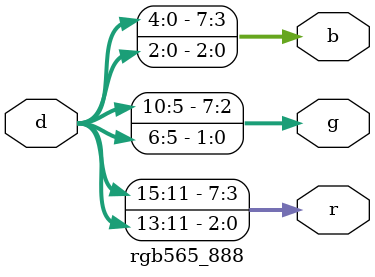
<source format=v>
module rgb565_888(
	input [15:0] d,
	output [7:0] r,g,b
);
assign r[7:3]=d[15:11];
assign r[2:0]=d[13:11];
assign g[7:2]=d[10:5];
assign g[1:0]=d[6:5];
assign b[7:3]=d[4:0];
assign b[2:0]=d[2:0];
endmodule
</source>
